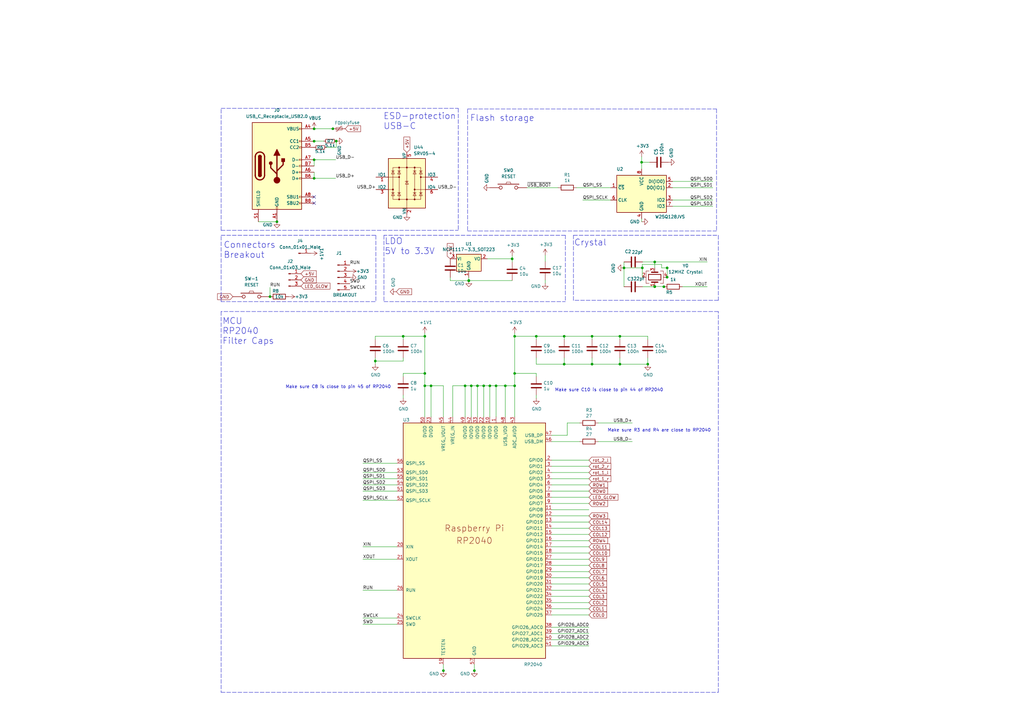
<source format=kicad_sch>
(kicad_sch (version 20211123) (generator eeschema)
  (paper "A3")
  (title_block (title "Rp2040 __template__") (date "2020-12-18") (rev "REV 2") (company "scattered_lenity"))
  (lib_symbols
    (symbol "Connector:Conn_01x01_Male" (pin_names (offset 1.016) hide)
      (property "Reference" "J" (at 0 2.54 0))
      (property "Value" "Conn_01x01_Male" (at 0 -2.54 0))
      (symbol "Conn_01x01_Male_1_1"
        (polyline (pts (xy 1.27 0) (xy 0.8636 0)) (stroke (width 0.1524)))
        (rectangle (start 0.8636 0.127) (end 0 -0.127) (stroke (width 0.1524)) (fill (type outline)))
        (pin passive line (at 5.08 0 180) (length 3.81) (name "Pin_1") (number "1"))
      )
    )
    (symbol "Connector:Conn_01x03_Male" (pin_names (offset 1.016) hide)
      (property "Reference" "J" (at 0 5.08 0))
      (property "Value" "Conn_01x03_Male" (at 0 -5.08 0))
      (symbol "Conn_01x03_Male_1_1"
        (polyline (pts (xy 1.27 -2.54) (xy 0.8636 -2.54)) (stroke (width 0.1524)))
        (polyline (pts (xy 1.27 0) (xy 0.8636 0)) (stroke (width 0.1524)))
        (polyline (pts (xy 1.27 2.54) (xy 0.8636 2.54)) (stroke (width 0.1524)))
        (rectangle (start 0.8636 -2.413) (end 0 -2.667) (stroke (width 0.1524)) (fill (type outline)))
        (rectangle (start 0.8636 0.127) (end 0 -0.127) (stroke (width 0.1524)) (fill (type outline)))
        (rectangle (start 0.8636 2.667) (end 0 2.413) (stroke (width 0.1524)) (fill (type outline)))
        (pin passive line (at 5.08 2.54 180) (length 3.81) (name "Pin_1") (number "1"))
        (pin passive line (at 5.08 0 180) (length 3.81) (name "Pin_2") (number "2"))
        (pin passive line (at 5.08 -2.54 180) (length 3.81) (name "Pin_3") (number "3"))
      )
    )
    (symbol "Connector:Conn_01x05_Male" (pin_names (offset 1.016) hide)
      (property "Reference" "J" (at 0 7.62 0))
      (property "Value" "Conn_01x05_Male" (at 0 -7.62 0))
      (symbol "Conn_01x05_Male_1_1"
        (polyline (pts (xy 1.27 -5.08) (xy 0.8636 -5.08)) (stroke (width 0.1524)))
        (polyline (pts (xy 1.27 -2.54) (xy 0.8636 -2.54)) (stroke (width 0.1524)))
        (polyline (pts (xy 1.27 0) (xy 0.8636 0)) (stroke (width 0.1524)))
        (polyline (pts (xy 1.27 2.54) (xy 0.8636 2.54)) (stroke (width 0.1524)))
        (polyline (pts (xy 1.27 5.08) (xy 0.8636 5.08)) (stroke (width 0.1524)))
        (rectangle (start 0.8636 -4.953) (end 0 -5.207) (stroke (width 0.1524)) (fill (type outline)))
        (rectangle (start 0.8636 -2.413) (end 0 -2.667) (stroke (width 0.1524)) (fill (type outline)))
        (rectangle (start 0.8636 0.127) (end 0 -0.127) (stroke (width 0.1524)) (fill (type outline)))
        (rectangle (start 0.8636 2.667) (end 0 2.413) (stroke (width 0.1524)) (fill (type outline)))
        (rectangle (start 0.8636 5.207) (end 0 4.953) (stroke (width 0.1524)) (fill (type outline)))
        (pin passive line (at 5.08 5.08 180) (length 3.81) (name "Pin_1") (number "1"))
        (pin passive line (at 5.08 2.54 180) (length 3.81) (name "Pin_2") (number "2"))
        (pin passive line (at 5.08 0 180) (length 3.81) (name "Pin_3") (number "3"))
        (pin passive line (at 5.08 -2.54 180) (length 3.81) (name "Pin_4") (number "4"))
        (pin passive line (at 5.08 -5.08 180) (length 3.81) (name "Pin_5") (number "5"))
      )
    )
    (symbol "Connector:USB_C_Receptacle_USB2.0" (pin_names (offset 1.016))
      (property "Reference" "J" (at -10.16 19.05 0))
      (property "Value" "USB_C_Receptacle_USB2.0" (at 19.05 19.05 0))
      (symbol "USB_C_Receptacle_USB2.0_0_0"
        (rectangle (start -0.254 -17.78) (end 0.254 -16.764))
        (rectangle (start 10.16 -14.986) (end 9.144 -15.494))
        (rectangle (start 10.16 -12.446) (end 9.144 -12.954))
        (rectangle (start 10.16 -4.826) (end 9.144 -5.334))
        (rectangle (start 10.16 -2.286) (end 9.144 -2.794))
        (rectangle (start 10.16 0.254) (end 9.144 -0.254))
        (rectangle (start 10.16 2.794) (end 9.144 2.286))
        (rectangle (start 10.16 7.874) (end 9.144 7.366))
        (rectangle (start 10.16 10.414) (end 9.144 9.906))
        (rectangle (start 10.16 15.494) (end 9.144 14.986))
      )
      (symbol "USB_C_Receptacle_USB2.0_0_1"
        (rectangle (start -10.16 17.78) (end 10.16 -17.78) (stroke (width 0.254)) (fill (type background)))
        (arc (start -8.89 -3.81) (mid -6.985 -5.715) (end -5.08 -3.81) (stroke (width 0.508)))
        (arc (start -7.62 -3.81) (mid -6.985 -4.445) (end -6.35 -3.81) (stroke (width 0.254)))
        (arc (start -7.62 -3.81) (mid -6.985 -4.445) (end -6.35 -3.81) (stroke (width 0.254)) (fill (type outline)))
        (rectangle (start -7.62 -3.81) (end -6.35 3.81) (stroke (width 0.254)) (fill (type outline)))
        (arc (start -6.35 3.81) (mid -6.985 4.445) (end -7.62 3.81) (stroke (width 0.254)))
        (arc (start -6.35 3.81) (mid -6.985 4.445) (end -7.62 3.81) (stroke (width 0.254)) (fill (type outline)))
        (arc (start -5.08 3.81) (mid -6.985 5.715) (end -8.89 3.81) (stroke (width 0.508)))
        (circle (center -2.54 1.143) (radius 0.635) (stroke (width 0.254)) (fill (type outline)))
        (circle (center 0 -5.842) (radius 1.27) (fill (type outline)))
        (polyline (pts (xy -8.89 -3.81) (xy -8.89 3.81)) (stroke (width 0.508)))
        (polyline (pts (xy -5.08 3.81) (xy -5.08 -3.81)) (stroke (width 0.508)))
        (polyline (pts (xy 0 -5.842) (xy 0 4.318)) (stroke (width 0.508)))
        (polyline (pts (xy 0 -3.302) (xy -2.54 -0.762) (xy -2.54 0.508)) (stroke (width 0.508)))
        (polyline (pts (xy 0 -2.032) (xy 2.54 0.508) (xy 2.54 1.778)) (stroke (width 0.508)))
        (polyline (pts (xy -1.27 4.318) (xy 0 6.858) (xy 1.27 4.318) (xy -1.27 4.318)) (stroke (width 0.254)) (fill (type outline)))
        (rectangle (start 1.905 1.778) (end 3.175 3.048) (stroke (width 0.254)) (fill (type outline)))
      )
      (symbol "USB_C_Receptacle_USB2.0_1_1"
        (pin passive line (at 0 -22.86 90) (length 5.08) (name "GND") (number "A1"))
        (pin passive line (at 0 -22.86 90) (length 5.08) hide (name "GND") (number "A12"))
        (pin passive line (at 15.24 15.24 180) (length 5.08) (name "VBUS") (number "A4"))
        (pin bidirectional line (at 15.24 10.16 180) (length 5.08) (name "CC1") (number "A5"))
        (pin bidirectional line (at 15.24 -2.54 180) (length 5.08) (name "D+") (number "A6"))
        (pin bidirectional line (at 15.24 2.54 180) (length 5.08) (name "D-") (number "A7"))
        (pin bidirectional line (at 15.24 -12.7 180) (length 5.08) (name "SBU1") (number "A8"))
        (pin passive line (at 15.24 15.24 180) (length 5.08) hide (name "VBUS") (number "A9"))
        (pin passive line (at 0 -22.86 90) (length 5.08) hide (name "GND") (number "B1"))
        (pin passive line (at 0 -22.86 90) (length 5.08) hide (name "GND") (number "B12"))
        (pin passive line (at 15.24 15.24 180) (length 5.08) hide (name "VBUS") (number "B4"))
        (pin bidirectional line (at 15.24 7.62 180) (length 5.08) (name "CC2") (number "B5"))
        (pin bidirectional line (at 15.24 -5.08 180) (length 5.08) (name "D+") (number "B6"))
        (pin bidirectional line (at 15.24 0 180) (length 5.08) (name "D-") (number "B7"))
        (pin bidirectional line (at 15.24 -15.24 180) (length 5.08) (name "SBU2") (number "B8"))
        (pin passive line (at 15.24 15.24 180) (length 5.08) hide (name "VBUS") (number "B9"))
        (pin passive line (at -7.62 -22.86 90) (length 5.08) (name "SHIELD") (number "S1"))
      )
    )
    (symbol "Device:C" (pin_numbers hide) (pin_names (offset 0.254))
      (property "Reference" "C" (at 0.635 2.54 0))
      (property "Value" "C" (at 0.635 -2.54 0))
      (symbol "C_0_1"
        (polyline (pts (xy -2.032 -0.762) (xy 2.032 -0.762)) (stroke (width 0.508)))
        (polyline (pts (xy -2.032 0.762) (xy 2.032 0.762)) (stroke (width 0.508)))
      )
      (symbol "C_1_1"
        (pin passive line (at 0 3.81 270) (length 2.794) (name "~") (number "1"))
        (pin passive line (at 0 -3.81 90) (length 2.794) (name "~") (number "2"))
      )
    )
    (symbol "Device:Crystal_GND24" (pin_names (offset 1.016) hide)
      (property "Reference" "Y" (at 3.175 5.08 0))
      (property "Value" "Crystal_GND24" (at 3.175 3.175 0))
      (symbol "Crystal_GND24_0_1"
        (rectangle (start -1.143 2.54) (end 1.143 -2.54) (stroke (width 0.3048)))
        (polyline (pts (xy -2.54 0) (xy -2.032 0)))
        (polyline (pts (xy -2.032 -1.27) (xy -2.032 1.27)) (stroke (width 0.508)))
        (polyline (pts (xy 0 -3.81) (xy 0 -3.556)))
        (polyline (pts (xy 0 3.556) (xy 0 3.81)))
        (polyline (pts (xy 2.032 -1.27) (xy 2.032 1.27)) (stroke (width 0.508)))
        (polyline (pts (xy 2.032 0) (xy 2.54 0)))
        (polyline (pts (xy -2.54 -2.286) (xy -2.54 -3.556) (xy 2.54 -3.556) (xy 2.54 -2.286)))
        (polyline (pts (xy -2.54 2.286) (xy -2.54 3.556) (xy 2.54 3.556) (xy 2.54 2.286)))
      )
      (symbol "Crystal_GND24_1_1"
        (pin passive line (at -3.81 0 0) (length 1.27) (name "1") (number "1"))
        (pin passive line (at 0 5.08 270) (length 1.27) (name "2") (number "2"))
        (pin passive line (at 3.81 0 180) (length 1.27) (name "3") (number "3"))
        (pin passive line (at 0 -5.08 90) (length 1.27) (name "4") (number "4"))
      )
    )
    (symbol "Device:Polyfuse_Small" (pin_numbers hide) (pin_names (offset 0))
      (property "Reference" "F" (at -1.905 0 90))
      (property "Value" "Polyfuse_Small" (at 1.905 0 90))
      (symbol "Polyfuse_Small_0_1"
        (rectangle (start -0.508 1.27) (end 0.508 -1.27))
        (polyline (pts (xy 0 2.54) (xy 0 -2.54)))
        (polyline (pts (xy -1.016 1.27) (xy -1.016 0.762) (xy 1.016 -0.762) (xy 1.016 -1.27)))
      )
      (symbol "Polyfuse_Small_1_1"
        (pin passive line (at 0 2.54 270) (length 0.635) (name "~") (number "1"))
        (pin passive line (at 0 -2.54 90) (length 0.635) (name "~") (number "2"))
      )
    )
    (symbol "Device:R" (pin_numbers hide) (pin_names (offset 0))
      (property "Reference" "R" (at 2.032 0 90))
      (property "Value" "R" (at 0 0 90))
      (symbol "R_0_1"
        (rectangle (start -1.016 -2.54) (end 1.016 2.54) (stroke (width 0.254)))
      )
      (symbol "R_1_1"
        (pin passive line (at 0 3.81 270) (length 1.27) (name "~") (number "1"))
        (pin passive line (at 0 -3.81 90) (length 1.27) (name "~") (number "2"))
      )
    )
    (symbol "Device:R_Small" (pin_numbers hide) (pin_names (offset 0.254) hide)
      (property "Reference" "R" (at 0.762 0.508 0))
      (property "Value" "R_Small" (at 0.762 -1.016 0))
      (symbol "R_Small_0_1"
        (rectangle (start -0.762 1.778) (end 0.762 -1.778) (stroke (width 0.2032)))
      )
      (symbol "R_Small_1_1"
        (pin passive line (at 0 2.54 270) (length 0.762) (name "~") (number "1"))
        (pin passive line (at 0 -2.54 90) (length 0.762) (name "~") (number "2"))
      )
    )
    (symbol "MCU_RaspberryPi_RP2040:RP2040" (pin_names (offset 1.016))
      (property "Reference" "U" (at -29.21 49.53 0))
      (property "Value" "RP2040" (at 24.13 -49.53 0))
      (symbol "RP2040_0_0"
        (text "Raspberry Pi" (at 0 5.08 0) (effects (font (size 2.54 2.54))))
        (text "RP2040" (at 0 0 0) (effects (font (size 2.54 2.54))))
      )
      (symbol "RP2040_0_1"
        (rectangle (start 29.21 48.26) (end -29.21 -48.26) (stroke (width 0.254)) (fill (type background)))
      )
      (symbol "RP2040_1_1"
        (pin power_in line (at 8.89 50.8 270) (length 2.54) (name "IOVDD") (number "1"))
        (pin power_in line (at 6.35 50.8 270) (length 2.54) (name "IOVDD") (number "10"))
        (pin bidirectional line (at 31.75 12.7 180) (length 2.54) (name "GPIO8") (number "11"))
        (pin bidirectional line (at 31.75 10.16 180) (length 2.54) (name "GPIO9") (number "12"))
        (pin bidirectional line (at 31.75 7.62 180) (length 2.54) (name "GPIO10") (number "13"))
        (pin bidirectional line (at 31.75 5.08 180) (length 2.54) (name "GPIO11") (number "14"))
        (pin bidirectional line (at 31.75 2.54 180) (length 2.54) (name "GPIO12") (number "15"))
        (pin bidirectional line (at 31.75 0 180) (length 2.54) (name "GPIO13") (number "16"))
        (pin bidirectional line (at 31.75 -2.54 180) (length 2.54) (name "GPIO14") (number "17"))
        (pin bidirectional line (at 31.75 -5.08 180) (length 2.54) (name "GPIO15") (number "18"))
        (pin passive line (at -12.7 -50.8 90) (length 2.54) (name "TESTEN") (number "19"))
        (pin bidirectional line (at 31.75 33.02 180) (length 2.54) (name "GPIO0") (number "2"))
        (pin input line (at -31.75 -2.54 0) (length 2.54) (name "XIN") (number "20"))
        (pin passive line (at -31.75 -7.62 0) (length 2.54) (name "XOUT") (number "21"))
        (pin power_in line (at 3.81 50.8 270) (length 2.54) (name "IOVDD") (number "22"))
        (pin power_in line (at -17.78 50.8 270) (length 2.54) (name "DVDD") (number "23"))
        (pin output line (at -31.75 -31.75 0) (length 2.54) (name "SWCLK") (number "24"))
        (pin bidirectional line (at -31.75 -34.29 0) (length 2.54) (name "SWD") (number "25"))
        (pin input line (at -31.75 -20.32 0) (length 2.54) (name "RUN") (number "26"))
        (pin bidirectional line (at 31.75 -7.62 180) (length 2.54) (name "GPIO16") (number "27"))
        (pin bidirectional line (at 31.75 -10.16 180) (length 2.54) (name "GPIO17") (number "28"))
        (pin bidirectional line (at 31.75 -12.7 180) (length 2.54) (name "GPIO18") (number "29"))
        (pin bidirectional line (at 31.75 30.48 180) (length 2.54) (name "GPIO1") (number "3"))
        (pin bidirectional line (at 31.75 -15.24 180) (length 2.54) (name "GPIO19") (number "30"))
        (pin bidirectional line (at 31.75 -17.78 180) (length 2.54) (name "GPIO20") (number "31"))
        (pin bidirectional line (at 31.75 -20.32 180) (length 2.54) (name "GPIO21") (number "32"))
        (pin power_in line (at 1.27 50.8 270) (length 2.54) (name "IOVDD") (number "33"))
        (pin bidirectional line (at 31.75 -22.86 180) (length 2.54) (name "GPIO22") (number "34"))
        (pin bidirectional line (at 31.75 -25.4 180) (length 2.54) (name "GPIO23") (number "35"))
        (pin bidirectional line (at 31.75 -27.94 180) (length 2.54) (name "GPIO24") (number "36"))
        (pin bidirectional line (at 31.75 -30.48 180) (length 2.54) (name "GPIO25") (number "37"))
        (pin bidirectional line (at 31.75 -35.56 180) (length 2.54) (name "GPIO26_ADC0") (number "38"))
        (pin bidirectional line (at 31.75 -38.1 180) (length 2.54) (name "GPIO27_ADC1") (number "39"))
        (pin bidirectional line (at 31.75 27.94 180) (length 2.54) (name "GPIO2") (number "4"))
        (pin bidirectional line (at 31.75 -40.64 180) (length 2.54) (name "GPIO28_ADC2") (number "40"))
        (pin bidirectional line (at 31.75 -43.18 180) (length 2.54) (name "GPIO29_ADC3") (number "41"))
        (pin power_in line (at -1.27 50.8 270) (length 2.54) (name "IOVDD") (number "42"))
        (pin power_in line (at 16.51 50.8 270) (length 2.54) (name "ADC_AVDD") (number "43"))
        (pin power_in line (at -8.89 50.8 270) (length 2.54) (name "VREG_IN") (number "44"))
        (pin power_out line (at -12.7 50.8 270) (length 2.54) (name "VREG_VOUT") (number "45"))
        (pin bidirectional line (at 31.75 40.64 180) (length 2.54) (name "USB_DM") (number "46"))
        (pin bidirectional line (at 31.75 43.18 180) (length 2.54) (name "USB_DP") (number "47"))
        (pin power_in line (at 12.7 50.8 270) (length 2.54) (name "USB_VDD") (number "48"))
        (pin power_in line (at -3.81 50.8 270) (length 2.54) (name "IOVDD") (number "49"))
        (pin bidirectional line (at 31.75 25.4 180) (length 2.54) (name "GPIO3") (number "5"))
        (pin power_in line (at -20.32 50.8 270) (length 2.54) (name "DVDD") (number "50"))
        (pin bidirectional line (at -31.75 20.32 0) (length 2.54) (name "QSPI_SD3") (number "51"))
        (pin output line (at -31.75 16.51 0) (length 2.54) (name "QSPI_SCLK") (number "52"))
        (pin bidirectional line (at -31.75 27.94 0) (length 2.54) (name "QSPI_SD0") (number "53"))
        (pin bidirectional line (at -31.75 22.86 0) (length 2.54) (name "QSPI_SD2") (number "54"))
        (pin bidirectional line (at -31.75 25.4 0) (length 2.54) (name "QSPI_SD1") (number "55"))
        (pin bidirectional line (at -31.75 31.75 0) (length 2.54) (name "QSPI_SS") (number "56"))
        (pin power_in line (at 0 -50.8 90) (length 2.54) (name "GND") (number "57"))
        (pin bidirectional line (at 31.75 22.86 180) (length 2.54) (name "GPIO4") (number "6"))
        (pin bidirectional line (at 31.75 20.32 180) (length 2.54) (name "GPIO5") (number "7"))
        (pin bidirectional line (at 31.75 17.78 180) (length 2.54) (name "GPIO6") (number "8"))
        (pin bidirectional line (at 31.75 15.24 180) (length 2.54) (name "GPIO7") (number "9"))
      )
    )
    (symbol "Memory_Flash:W25Q128JVS"
      (property "Reference" "U" (at -8.89 8.89 0))
      (property "Value" "W25Q128JVS" (at 7.62 8.89 0))
      (symbol "W25Q128JVS_0_1"
        (rectangle (start -10.16 7.62) (end 10.16 -7.62) (stroke (width 0.254)) (fill (type background)))
      )
      (symbol "W25Q128JVS_1_1"
        (pin input line (at -12.7 2.54 0) (length 2.54) (name "~{CS}") (number "1"))
        (pin bidirectional line (at 12.7 2.54 180) (length 2.54) (name "DO(IO1)") (number "2"))
        (pin bidirectional line (at 12.7 -2.54 180) (length 2.54) (name "IO2") (number "3"))
        (pin power_in line (at 0 -10.16 90) (length 2.54) (name "GND") (number "4"))
        (pin bidirectional line (at 12.7 5.08 180) (length 2.54) (name "DI(IO0)") (number "5"))
        (pin input line (at -12.7 -2.54 0) (length 2.54) (name "CLK") (number "6"))
        (pin bidirectional line (at 12.7 -5.08 180) (length 2.54) (name "IO3") (number "7"))
        (pin power_in line (at 0 10.16 270) (length 2.54) (name "VCC") (number "8"))
      )
    )
    (symbol "Power_Protection:SRV05-4" (pin_names (offset 0))
      (property "Reference" "U" (at -5.08 11.43 0))
      (property "Value" "SRV05-4" (at 2.54 11.43 0))
      (symbol "SRV05-4_0_0"
        (rectangle (start -5.715 6.477) (end 5.715 -6.604))
        (polyline (pts (xy -3.175 -6.604) (xy -3.175 6.477)))
        (polyline (pts (xy 3.175 6.477) (xy 3.175 -6.604)))
      )
      (symbol "SRV05-4_0_1"
        (rectangle (start -7.62 10.16) (end 7.62 -10.16) (stroke (width 0.254)) (fill (type background)))
        (circle (center -5.715 -2.54) (radius 0.2794) (fill (type outline)))
        (circle (center -3.175 -6.604) (radius 0.2794) (fill (type outline)))
        (circle (center -3.175 2.54) (radius 0.2794) (fill (type outline)))
        (circle (center -3.175 6.477) (radius 0.2794) (fill (type outline)))
        (circle (center 0 -6.604) (radius 0.2794) (fill (type outline)))
        (polyline (pts (xy -7.747 2.54) (xy -3.175 2.54)))
        (polyline (pts (xy -7.62 -2.54) (xy -5.715 -2.54)))
        (polyline (pts (xy -5.08 -3.81) (xy -6.35 -3.81)))
        (polyline (pts (xy -5.08 5.08) (xy -6.35 5.08)))
        (polyline (pts (xy -2.54 -3.81) (xy -3.81 -3.81)))
        (polyline (pts (xy -2.54 5.08) (xy -3.81 5.08)))
        (polyline (pts (xy 0 10.16) (xy 0 -10.16)))
        (polyline (pts (xy 3.81 -3.81) (xy 2.54 -3.81)))
        (polyline (pts (xy 3.81 5.08) (xy 2.54 5.08)))
        (polyline (pts (xy 6.35 -3.81) (xy 5.08 -3.81)))
        (polyline (pts (xy 6.35 5.08) (xy 5.08 5.08)))
        (polyline (pts (xy 7.62 -2.54) (xy 3.175 -2.54)))
        (polyline (pts (xy 7.62 2.54) (xy 5.715 2.54)))
        (polyline (pts (xy 0.635 0.889) (xy -0.635 0.889) (xy -0.635 0.635)))
        (polyline (pts (xy -5.08 -5.08) (xy -6.35 -5.08) (xy -5.715 -3.81) (xy -5.08 -5.08)))
        (polyline (pts (xy -5.08 3.81) (xy -6.35 3.81) (xy -5.715 5.08) (xy -5.08 3.81)))
        (polyline (pts (xy -2.54 -5.08) (xy -3.81 -5.08) (xy -3.175 -3.81) (xy -2.54 -5.08)))
        (polyline (pts (xy -2.54 3.81) (xy -3.81 3.81) (xy -3.175 5.08) (xy -2.54 3.81)))
        (polyline (pts (xy 0.635 -0.381) (xy -0.635 -0.381) (xy 0 0.889) (xy 0.635 -0.381)))
        (polyline (pts (xy 3.81 -5.08) (xy 2.54 -5.08) (xy 3.175 -3.81) (xy 3.81 -5.08)))
        (polyline (pts (xy 3.81 3.81) (xy 2.54 3.81) (xy 3.175 5.08) (xy 3.81 3.81)))
        (polyline (pts (xy 6.35 -5.08) (xy 5.08 -5.08) (xy 5.715 -3.81) (xy 6.35 -5.08)))
        (polyline (pts (xy 6.35 3.81) (xy 5.08 3.81) (xy 5.715 5.08) (xy 6.35 3.81)))
        (circle (center 0 6.477) (radius 0.2794) (fill (type outline)))
        (circle (center 3.175 -6.604) (radius 0.2794) (fill (type outline)))
        (circle (center 3.175 -2.54) (radius 0.2794) (fill (type outline)))
        (circle (center 3.175 6.477) (radius 0.2794) (fill (type outline)))
        (circle (center 5.715 2.54) (radius 0.2794) (fill (type outline)))
      )
      (symbol "SRV05-4_1_1"
        (pin passive line (at -12.7 2.54 0) (length 5.08) (name "IO1") (number "1"))
        (pin passive line (at 0 -12.7 90) (length 2.54) (name "VN") (number "2"))
        (pin passive line (at -12.7 -2.54 0) (length 5.08) (name "IO2") (number "3"))
        (pin passive line (at 12.7 2.54 180) (length 5.08) (name "IO3") (number "4"))
        (pin passive line (at 0 12.7 270) (length 2.54) (name "VP") (number "5"))
        (pin passive line (at 12.7 -2.54 180) (length 5.08) (name "IO4") (number "6"))
      )
    )
    (symbol "Regulator_Linear:NCP1117-3.3_SOT223" (pin_names (offset 0.254))
      (property "Reference" "U" (at -3.81 3.175 0))
      (property "Value" "NCP1117-3.3_SOT223" (at 0 3.175 0))
      (symbol "NCP1117-3.3_SOT223_0_1"
        (rectangle (start -5.08 -5.08) (end 5.08 1.905) (stroke (width 0.254)) (fill (type background)))
      )
      (symbol "NCP1117-3.3_SOT223_1_1"
        (pin power_in line (at 0 -7.62 90) (length 2.54) (name "GND") (number "1"))
        (pin power_out line (at 7.62 0 180) (length 2.54) (name "VO") (number "2"))
        (pin power_in line (at -7.62 0 0) (length 2.54) (name "VI") (number "3"))
      )
    )
    (symbol "cipulot_parts:SW_PUSH" (pin_numbers hide) (pin_names (offset 1.016) hide)
      (property "Reference" "SW" (at 3.81 2.794 0))
      (property "Value" "SW_PUSH" (at 0 -2.032 0))
      (symbol "SW_PUSH_0_1"
        (rectangle (start -4.318 1.27) (end 4.318 1.524))
        (polyline (pts (xy -1.016 1.524) (xy -0.762 2.286) (xy 0.762 2.286) (xy 1.016 1.524)))
        (pin passive inverted (at -7.62 0 0) (length 5.08) (name "1") (number "1"))
        (pin passive inverted (at 7.62 0 180) (length 5.08) (name "2") (number "2"))
      )
    )
    (symbol "power:+1V1" (power) (pin_names (offset 0))
      (property "Value" "+1V1" (at 0 3.556 0))
      (symbol "+1V1_0_1"
        (polyline (pts (xy -0.762 1.27) (xy 0 2.54)))
        (polyline (pts (xy 0 0) (xy 0 2.54)))
        (polyline (pts (xy 0 2.54) (xy 0.762 1.27)))
      )
      (symbol "+1V1_1_1"
        (pin power_in line (at 0 0 90) (length 0) hide (name "+1V1") (number "1"))
      )
    )
    (symbol "power:+3V3" (power) (pin_names (offset 0))
      (property "Value" "+3V3" (at 0 3.556 0))
      (symbol "+3V3_0_1"
        (polyline (pts (xy -0.762 1.27) (xy 0 2.54)))
        (polyline (pts (xy 0 0) (xy 0 2.54)))
        (polyline (pts (xy 0 2.54) (xy 0.762 1.27)))
      )
      (symbol "+3V3_1_1"
        (pin power_in line (at 0 0 90) (length 0) hide (name "+3V3") (number "1"))
      )
    )
    (symbol "power:GND" (power) (pin_names (offset 0))
      (property "Value" "GND" (at 0 -3.81 0))
      (symbol "GND_0_1"
        (polyline (pts (xy 0 0) (xy 0 -1.27) (xy 1.27 -1.27) (xy 0 -2.54) (xy -1.27 -1.27) (xy 0 -1.27)))
      )
      (symbol "GND_1_1"
        (pin power_in line (at 0 0 270) (length 0) hide (name "GND") (number "1"))
      )
    )
    (symbol "power:VBUS" (power) (pin_names (offset 0))
      (property "Value" "VBUS" (at 0 3.81 0))
      (symbol "VBUS_0_1"
        (polyline (pts (xy -0.762 1.27) (xy 0 2.54)))
        (polyline (pts (xy 0 0) (xy 0 2.54)))
        (polyline (pts (xy 0 2.54) (xy 0.762 1.27)))
      )
      (symbol "VBUS_1_1"
        (pin power_in line (at 0 0 90) (length 0) hide (name "VBUS") (number "1"))
      )
    )
  )
  (junction (at 211.074 153.162))
  (junction (at 128.8288 52.832))
  (junction (at 242.824 149.352))
  (junction (at 190.754 158.242))
  (junction (at 193.294 158.242))
  (junction (at 128.8288 65.532))
  (junction (at 113.5888 90.932))
  (junction (at 195.834 158.242))
  (junction (at 255.9304 109.8804))
  (junction (at 268.5288 107.442))
  (junction (at 268.5288 117.5004))
  (junction (at 137.922 57.8612))
  (junction (at 128.8288 57.912))
  (junction (at 207.264 158.242))
  (junction (at 110.744 121.666))
  (junction (at 128.8288 73.152))
  (junction (at 273.6088 113.6904))
  (junction (at 263.4488 109.8804))
  (junction (at 242.824 137.922))
  (junction (at 198.374 158.242))
  (junction (at 174.244 137.922))
  (junction (at 263.144 66.548))
  (junction (at 174.244 158.242))
  (junction (at 165.354 137.922))
  (junction (at 254.254 137.922))
  (junction (at 192.278 115.062))
  (junction (at 192.278 115.1636))
  (junction (at 153.924 148.082))
  (junction (at 265.684 149.352))
  (junction (at 181.864 275.0566))
  (junction (at 194.564 275.0566))
  (junction (at 176.784 158.242))
  (junction (at 203.454 158.242))
  (junction (at 211.074 158.242))
  (junction (at 174.244 153.162))
  (junction (at 273.6342 109.8804))
  (junction (at 136.525 52.8066))
  (junction (at 211.074 137.922))
  (junction (at 268.5288 117.602))
  (junction (at 272.288 117.602))
  (junction (at 254.254 149.352))
  (junction (at 210.058 106.172))
  (junction (at 219.964 137.922))
  (junction (at 231.394 149.352))
  (junction (at 200.914 158.242))
  (junction (at 231.394 137.922))
  (no_connect (at 128.8288 83.312))
  (no_connect (at 128.8288 80.772))
  (polyline (pts (xy 231.902 96.52) (xy 157.48 96.52)))
  (wire (pts (xy 162.814 253.492) (xy 148.844 253.492)))
  (wire (pts (xy 263.5504 117.602) (xy 268.5288 117.602)))
  (wire (pts (xy 148.844 198.882) (xy 162.814 198.882)))
  (wire (pts (xy 226.314 216.662) (xy 241.554 216.662)))
  (wire (pts (xy 226.314 196.342) (xy 241.554 196.342)))
  (wire (pts (xy 203.454 158.242) (xy 207.264 158.242)))
  (wire (pts (xy 136.525 52.832) (xy 136.525 52.8066)))
  (polyline (pts (xy 90.678 94.488) (xy 187.96 94.488)))
  (wire (pts (xy 231.394 139.192) (xy 231.394 137.922)))
  (wire (pts (xy 226.314 191.262) (xy 241.554 191.262)))
  (polyline (pts (xy 90.678 127.762) (xy 90.678 283.972)))
  (wire (pts (xy 199.898 106.172) (xy 210.058 106.172)))
  (wire (pts (xy 181.864 158.242) (xy 176.784 158.242)))
  (wire (pts (xy 148.844 193.802) (xy 162.814 193.802)))
  (wire (pts (xy 275.844 82.042) (xy 292.354 82.042)))
  (wire (pts (xy 128.778 73.152) (xy 128.8288 73.152)))
  (wire (pts (xy 148.844 196.342) (xy 162.814 196.342)))
  (wire (pts (xy 128.8288 52.832) (xy 136.525 52.832)))
  (wire (pts (xy 200.914 170.942) (xy 200.914 158.242)))
  (wire (pts (xy 192.278 115.062) (xy 192.278 115.1636)))
  (wire (pts (xy 198.374 158.242) (xy 200.914 158.242)))
  (wire (pts (xy 271.3482 108.458) (xy 263.4488 108.458)))
  (polyline (pts (xy 294.64 123.19) (xy 235.204 123.19)))
  (wire (pts (xy 165.354 154.432) (xy 165.354 153.162)))
  (polyline (pts (xy 293.878 44.704) (xy 293.878 94.742)))
  (wire (pts (xy 128.8034 65.532) (xy 128.8288 65.532)))
  (wire (pts (xy 137.9474 57.8612) (xy 137.922 57.8612)))
  (wire (pts (xy 174.244 136.652) (xy 174.244 137.922)))
  (wire (pts (xy 181.864 272.542) (xy 181.864 275.0566)))
  (wire (pts (xy 226.314 219.202) (xy 241.554 219.202)))
  (wire (pts (xy 219.964 146.812) (xy 219.964 149.352)))
  (wire (pts (xy 226.314 257.302) (xy 241.554 257.302)))
  (wire (pts (xy 255.9304 107.442) (xy 255.9304 109.8804)))
  (wire (pts (xy 176.784 170.942) (xy 176.784 158.242)))
  (wire (pts (xy 226.314 264.922) (xy 241.554 264.922)))
  (wire (pts (xy 226.314 209.042) (xy 241.554 209.042)))
  (wire (pts (xy 128.8288 57.8612) (xy 128.8288 57.912)))
  (wire (pts (xy 211.074 153.162) (xy 219.964 153.162)))
  (wire (pts (xy 273.6088 113.6904) (xy 273.6342 113.6904)))
  (wire (pts (xy 228.854 76.962) (xy 216.154 76.962)))
  (wire (pts (xy 211.074 136.652) (xy 211.074 137.922)))
  (wire (pts (xy 265.684 146.812) (xy 265.684 149.352)))
  (wire (pts (xy 128.8288 70.612) (xy 128.8288 73.152)))
  (wire (pts (xy 194.564 272.542) (xy 194.564 275.0566)))
  (wire (pts (xy 226.314 178.562) (xy 232.664 178.562)))
  (wire (pts (xy 226.314 203.962) (xy 241.554 203.962)))
  (wire (pts (xy 223.5962 114.8588) (xy 223.5962 116.1288)))
  (wire (pts (xy 219.964 137.922) (xy 231.394 137.922)))
  (wire (pts (xy 226.314 239.522) (xy 241.554 239.522)))
  (wire (pts (xy 273.6342 109.8804) (xy 271.3482 109.8804)))
  (wire (pts (xy 226.314 206.502) (xy 241.554 206.502)))
  (polyline (pts (xy 191.77 94.742) (xy 293.878 94.742)))
  (wire (pts (xy 226.314 259.842) (xy 241.554 259.842)))
  (wire (pts (xy 184.658 115.062) (xy 192.278 115.062)))
  (wire (pts (xy 275.844 76.962) (xy 292.354 76.962)))
  (wire (pts (xy 226.314 181.102) (xy 237.744 181.102)))
  (wire (pts (xy 226.314 262.382) (xy 241.554 262.382)))
  (wire (pts (xy 211.074 158.242) (xy 211.074 170.942)))
  (wire (pts (xy 272.288 117.5004) (xy 272.288 117.602)))
  (wire (pts (xy 271.3482 109.8804) (xy 271.3482 108.458)))
  (wire (pts (xy 263.4488 113.6904) (xy 263.4488 109.8804)))
  (wire (pts (xy 268.5288 107.442) (xy 290.068 107.442)))
  (wire (pts (xy 133.9088 60.452) (xy 137.9474 60.452)))
  (wire (pts (xy 181.864 170.942) (xy 181.864 158.242)))
  (wire (pts (xy 265.684 139.192) (xy 265.684 137.922)))
  (wire (pts (xy 226.314 229.362) (xy 241.554 229.362)))
  (wire (pts (xy 231.394 146.812) (xy 231.394 149.352)))
  (wire (pts (xy 110.744 117.856) (xy 110.744 121.666)))
  (wire (pts (xy 165.354 137.922) (xy 174.244 137.922)))
  (wire (pts (xy 153.924 137.922) (xy 165.354 137.922)))
  (wire (pts (xy 242.824 149.352) (xy 231.394 149.352)))
  (wire (pts (xy 226.314 236.982) (xy 241.554 236.982)))
  (polyline (pts (xy 90.678 96.52) (xy 154.178 96.52)))
  (wire (pts (xy 231.394 137.922) (xy 242.824 137.922)))
  (wire (pts (xy 174.244 158.242) (xy 174.244 170.942)))
  (wire (pts (xy 190.754 170.942) (xy 190.754 158.242)))
  (wire (pts (xy 273.6596 109.8804) (xy 273.6342 109.8804)))
  (wire (pts (xy 226.314 244.602) (xy 241.554 244.602)))
  (wire (pts (xy 203.454 158.242) (xy 203.454 170.942)))
  (wire (pts (xy 162.814 256.032) (xy 148.844 256.032)))
  (wire (pts (xy 192.278 113.792) (xy 192.278 115.062)))
  (wire (pts (xy 193.294 158.242) (xy 195.834 158.242)))
  (wire (pts (xy 194.564 275.0566) (xy 194.564 275.082)))
  (wire (pts (xy 226.314 198.882) (xy 241.554 198.882)))
  (wire (pts (xy 105.9688 90.932) (xy 113.5888 90.932)))
  (wire (pts (xy 263.144 64.262) (xy 263.144 66.548)))
  (wire (pts (xy 279.908 117.602) (xy 290.068 117.602)))
  (wire (pts (xy 128.8288 65.532) (xy 137.6934 65.532)))
  (wire (pts (xy 226.314 193.802) (xy 241.554 193.802)))
  (wire (pts (xy 239.014 82.042) (xy 250.444 82.042)))
  (polyline (pts (xy 153.924 123.698) (xy 90.678 123.698)))
  (polyline (pts (xy 294.64 127.762) (xy 90.678 127.762)))
  (wire (pts (xy 223.5962 104.6988) (xy 223.5962 107.2388)))
  (wire (pts (xy 219.964 139.192) (xy 219.964 137.922)))
  (wire (pts (xy 226.314 201.422) (xy 241.554 201.422)))
  (wire (pts (xy 165.354 148.082) (xy 165.354 146.812)))
  (wire (pts (xy 219.964 154.432) (xy 219.964 153.162)))
  (wire (pts (xy 232.664 173.482) (xy 232.664 178.562)))
  (wire (pts (xy 242.824 146.812) (xy 242.824 149.352)))
  (polyline (pts (xy 235.204 123.19) (xy 235.204 96.52)))
  (wire (pts (xy 192.278 115.062) (xy 210.058 115.062)))
  (wire (pts (xy 128.8288 65.532) (xy 128.8288 68.072)))
  (wire (pts (xy 254.254 137.922) (xy 265.684 137.922)))
  (wire (pts (xy 195.834 158.242) (xy 198.374 158.242)))
  (wire (pts (xy 226.314 249.682) (xy 241.554 249.682)))
  (wire (pts (xy 255.9304 109.8804) (xy 263.4488 109.8804)))
  (wire (pts (xy 211.074 153.162) (xy 211.074 158.242)))
  (wire (pts (xy 242.824 137.922) (xy 254.254 137.922)))
  (wire (pts (xy 162.814 229.362) (xy 148.844 229.362)))
  (wire (pts (xy 153.924 148.082) (xy 165.354 148.082)))
  (wire (pts (xy 273.6342 109.8804) (xy 273.6342 113.6904)))
  (wire (pts (xy 236.474 76.962) (xy 250.444 76.962)))
  (polyline (pts (xy 154.178 96.52) (xy 154.178 123.698)))
  (wire (pts (xy 254.254 139.192) (xy 254.254 137.922)))
  (wire (pts (xy 268.5288 117.602) (xy 268.5288 117.5004)))
  (wire (pts (xy 242.824 139.192) (xy 242.824 137.922)))
  (wire (pts (xy 226.314 234.442) (xy 241.554 234.442)))
  (wire (pts (xy 265.684 149.352) (xy 254.254 149.352)))
  (wire (pts (xy 245.364 173.482) (xy 259.334 173.482)))
  (polyline (pts (xy 90.678 44.45) (xy 187.96 44.45)))
  (wire (pts (xy 132.842 57.8612) (xy 128.8288 57.8612)))
  (wire (pts (xy 210.058 106.172) (xy 210.058 104.902)))
  (polyline (pts (xy 90.678 94.488) (xy 90.678 44.45)))
  (wire (pts (xy 193.294 170.942) (xy 193.294 158.242)))
  (wire (pts (xy 210.058 107.442) (xy 210.058 106.172)))
  (wire (pts (xy 263.144 66.548) (xy 263.144 69.342)))
  (polyline (pts (xy 294.64 96.52) (xy 294.64 123.19)))
  (polyline (pts (xy 294.64 283.972) (xy 294.64 127.762)))
  (wire (pts (xy 184.658 113.792) (xy 184.658 115.062)))
  (wire (pts (xy 255.9304 109.8804) (xy 255.9304 117.602)))
  (wire (pts (xy 153.924 139.192) (xy 153.924 137.922)))
  (wire (pts (xy 207.264 170.942) (xy 207.264 158.242)))
  (polyline (pts (xy 191.77 94.488) (xy 191.77 44.704)))
  (wire (pts (xy 174.244 153.162) (xy 174.244 158.242)))
  (wire (pts (xy 226.314 252.222) (xy 241.554 252.222)))
  (wire (pts (xy 275.844 84.582) (xy 292.354 84.582)))
  (wire (pts (xy 153.924 146.812) (xy 153.924 148.082)))
  (wire (pts (xy 263.144 89.662) (xy 263.144 90.932)))
  (wire (pts (xy 162.814 242.062) (xy 148.844 242.062)))
  (polyline (pts (xy 235.204 96.52) (xy 294.64 96.52)))
  (wire (pts (xy 185.674 170.942) (xy 185.674 158.242)))
  (wire (pts (xy 263.4488 108.458) (xy 263.4488 109.8804)))
  (wire (pts (xy 181.864 275.0566) (xy 181.864 275.082)))
  (wire (pts (xy 226.314 224.282) (xy 241.554 224.282)))
  (wire (pts (xy 226.314 211.582) (xy 241.554 211.582)))
  (wire (pts (xy 226.314 231.902) (xy 241.554 231.902)))
  (wire (pts (xy 198.374 170.942) (xy 198.374 158.242)))
  (wire (pts (xy 195.834 170.942) (xy 195.834 158.242)))
  (wire (pts (xy 268.5288 117.5004) (xy 272.288 117.5004)))
  (wire (pts (xy 211.074 137.922) (xy 211.074 153.162)))
  (wire (pts (xy 185.674 158.242) (xy 190.754 158.242)))
  (wire (pts (xy 266.446 66.548) (xy 263.144 66.548)))
  (wire (pts (xy 226.314 221.742) (xy 241.554 221.742)))
  (wire (pts (xy 226.314 214.122) (xy 241.554 214.122)))
  (wire (pts (xy 165.354 162.052) (xy 165.354 163.322)))
  (wire (pts (xy 165.354 139.192) (xy 165.354 137.922)))
  (polyline (pts (xy 157.48 96.52) (xy 157.48 123.698)))
  (wire (pts (xy 137.9474 60.452) (xy 137.9474 57.8612)))
  (wire (pts (xy 128.8288 73.152) (xy 137.668 73.152)))
  (wire (pts (xy 254.254 146.812) (xy 254.254 149.352)))
  (polyline (pts (xy 187.96 44.45) (xy 187.96 94.488)))
  (wire (pts (xy 148.844 201.422) (xy 162.814 201.422)))
  (wire (pts (xy 226.314 247.142) (xy 241.554 247.142)))
  (wire (pts (xy 226.314 242.062) (xy 241.554 242.062)))
  (wire (pts (xy 207.264 158.242) (xy 211.074 158.242)))
  (polyline (pts (xy 191.77 44.704) (xy 293.878 44.704)))
  (wire (pts (xy 153.924 148.082) (xy 153.924 149.352)))
  (wire (pts (xy 254.254 149.352) (xy 242.824 149.352)))
  (wire (pts (xy 268.5288 107.442) (xy 268.5288 109.8804)))
  (wire (pts (xy 226.314 188.722) (xy 241.554 188.722)))
  (wire (pts (xy 211.074 137.922) (xy 219.964 137.922)))
  (wire (pts (xy 263.5504 107.442) (xy 268.5288 107.442)))
  (wire (pts (xy 165.354 153.162) (xy 174.244 153.162)))
  (polyline (pts (xy 231.902 123.19) (xy 231.902 96.52)))
  (wire (pts (xy 162.814 189.992) (xy 148.844 189.992)))
  (wire (pts (xy 148.844 224.282) (xy 162.814 224.282)))
  (wire (pts (xy 200.914 158.242) (xy 203.454 158.242)))
  (wire (pts (xy 174.244 137.922) (xy 174.244 153.162)))
  (wire (pts (xy 231.394 149.352) (xy 219.964 149.352)))
  (wire (pts (xy 275.844 74.422) (xy 292.354 74.422)))
  (wire (pts (xy 162.814 205.232) (xy 148.844 205.232)))
  (wire (pts (xy 190.754 158.242) (xy 193.294 158.242)))
  (wire (pts (xy 226.314 226.822) (xy 241.554 226.822)))
  (wire (pts (xy 232.664 173.482) (xy 237.744 173.482)))
  (polyline (pts (xy 90.678 283.972) (xy 294.64 283.972)))
  (polyline (pts (xy 157.48 123.698) (xy 231.902 123.698)))
  (polyline (pts (xy 90.678 123.698) (xy 90.678 96.52)))
  (wire (pts (xy 219.964 162.052) (xy 219.964 163.322)))
  (wire (pts (xy 245.364 181.102) (xy 259.334 181.102)))
  (wire (pts (xy 176.784 158.242) (xy 174.244 158.242)))
  (text "Flash storage" (at 192.786 50.038 0) (effects (font (size 2.54 2.54)) (justify left bottom)))
  (text "Make sure C8 is close to pin 45 of RP2040" (at 117.094 159.512 0) (effects (font (size 1.27 1.27)) (justify left bottom)))
  (text "ESD-protection \nUSB-C" (at 157.226 53.34 0) (effects (font (size 2.54 2.54)) (justify left bottom)))
  (text "Make sure R3 and R4 are close to RP2040" (at 249.174 177.292 0) (effects (font (size 1.27 1.27)) (justify left bottom)))
  (text "LDO \n5V to 3.3V " (at 157.734 104.648 0) (effects (font (size 2.54 2.54)) (justify left bottom)))
  (text "Connectors \nBreakout\n" (at 91.694 106.172 0) (effects (font (size 2.54 2.54)) (justify left bottom)))
  (text "MCU \nRP2040 \nFilter Caps " (at 91.186 141.478 0) (effects (font (size 2.54 2.54)) (justify left bottom)))
  (text "Make sure C10 is close to pin 44 of RP2040" (at 227.584 160.782 0) (effects (font (size 1.27 1.27)) (justify left bottom)))
  (text "Crystal\n" (at 235.458 101.092 0) (effects (font (size 2.54 2.54)) (justify left bottom)))
  (label "RUN" (at 143.51 108.712 0))
  (label "QSPI_SD2" (at 292.354 82.042 180))
  (label "XIN" (at 148.844 224.282 0))
  (label "QSPI_SS" (at 239.014 76.962 0))
  (label "RUN" (at 148.844 242.062 0))
  (label "USB_D-" (at 137.6934 65.532 0))
  (label "SWD" (at 143.51 116.332 0))
  (label "USB_D+" (at 154.178 77.724 180))
  (label "~{USB_BOOT}" (at 216.154 76.962 0))
  (label "GPIO27_ADC1" (at 241.554 259.842 180))
  (label "XIN" (at 290.068 107.442 180))
  (label "QSPI_SS" (at 148.844 189.992 0))
  (label "QSPI_SCLK" (at 239.014 82.042 0))
  (label "XOUT" (at 290.068 117.602 180))
  (label "QSPI_SD1" (at 148.844 196.342 0))
  (label "RUN" (at 110.744 117.856 0))
  (label "SWD" (at 148.844 256.032 0))
  (label "XOUT" (at 148.844 229.362 0))
  (label "QSPI_SD0" (at 148.844 193.802 0))
  (label "USB_D+" (at 259.334 173.482 180))
  (label "QSPI_SD3" (at 148.844 201.422 0))
  (label "QSPI_SD0" (at 292.354 74.422 180))
  (label "GPIO28_ADC2" (at 241.554 262.382 180))
  (label "USB_D-" (at 259.334 181.102 180))
  (label "GPIO26_ADC0" (at 241.554 257.302 180))
  (label "USB_D-" (at 179.578 77.724 0))
  (label "QSPI_SD1" (at 292.354 76.962 180))
  (label "QSPI_SD3" (at 292.354 84.582 180))
  (label "QSPI_SCLK" (at 148.844 205.232 0))
  (label "SWCLK" (at 148.844 253.492 0))
  (label "QSPI_SD2" (at 148.844 198.882 0))
  (label "USB_D+" (at 137.668 73.152 0))
  (label "SWCLK" (at 143.51 118.872 0))
  (label "GPIO29_ADC3" (at 241.554 264.922 180))
  (global_label "GND" (shape input) (at 123.444 114.808 0) (property "Intersheet References" "${INTERSHEET_REFS}" (effects hide)))
  (global_label "rot_2_r" (shape input) (at 241.554 191.262 0) (property "Intersheet References" "${INTERSHEET_REFS}" (effects hide)))
  (global_label "COL2" (shape input) (at 241.554 247.142 0) (property "Intersheet References" "${INTERSHEET_REFS}" (effects hide)))
  (global_label "rot_1_r" (shape input) (at 241.554 196.342 0) (property "Intersheet References" "${INTERSHEET_REFS}" (effects hide)))
  (global_label "COL3" (shape input) (at 241.554 244.602 0) (property "Intersheet References" "${INTERSHEET_REFS}" (effects hide)))
  (global_label "COL4" (shape input) (at 241.554 242.062 0) (property "Intersheet References" "${INTERSHEET_REFS}" (effects hide)))
  (global_label "COL7" (shape input) (at 241.554 234.442 0) (property "Intersheet References" "${INTERSHEET_REFS}" (effects hide)))
  (global_label "ROW3" (shape input) (at 241.554 211.582 0) (property "Intersheet References" "${INTERSHEET_REFS}" (effects hide)))
  (global_label "+5V" (shape input) (at 123.444 112.268 0) (property "Intersheet References" "${INTERSHEET_REFS}" (effects hide)))
  (global_label "rot_2_l" (shape input) (at 241.554 188.722 0) (property "Intersheet References" "${INTERSHEET_REFS}" (effects hide)))
  (global_label "COL1" (shape input) (at 241.554 249.682 0) (property "Intersheet References" "${INTERSHEET_REFS}" (effects hide)))
  (global_label "COL13" (shape input) (at 241.554 216.662 0) (property "Intersheet References" "${INTERSHEET_REFS}" (effects hide)))
  (global_label "+5V" (shape input) (at 184.658 106.172 90) (property "Intersheet References" "${INTERSHEET_REFS}" (effects hide)))
  (global_label "ROW0" (shape input) (at 241.554 201.422 0) (property "Intersheet References" "${INTERSHEET_REFS}" (effects hide)))
  (global_label "COL6" (shape input) (at 241.554 236.982 0) (property "Intersheet References" "${INTERSHEET_REFS}" (effects hide)))
  (global_label "LED_GLOW" (shape input) (at 123.444 117.348 0) (property "Intersheet References" "${INTERSHEET_REFS}" (effects hide)))
  (global_label "+5V" (shape input) (at 166.878 62.484 90) (property "Intersheet References" "${INTERSHEET_REFS}" (effects hide)))
  (global_label "COL5" (shape input) (at 241.554 239.522 0) (property "Intersheet References" "${INTERSHEET_REFS}" (effects hide)))
  (global_label "ROW1" (shape input) (at 241.554 198.882 0) (property "Intersheet References" "${INTERSHEET_REFS}" (effects hide)))
  (global_label "LED_GLOW" (shape input) (at 241.554 203.962 0) (property "Intersheet References" "${INTERSHEET_REFS}" (effects hide)))
  (global_label "GND" (shape input) (at 162.56 119.634 0) (property "Intersheet References" "${INTERSHEET_REFS}" (effects hide)))
  (global_label "+5V" (shape input) (at 141.605 52.8066 0) (property "Intersheet References" "${INTERSHEET_REFS}" (effects hide)))
  (global_label "COL12" (shape input) (at 241.554 219.202 0) (property "Intersheet References" "${INTERSHEET_REFS}" (effects hide)))
  (global_label "COL8" (shape input) (at 241.554 231.902 0) (property "Intersheet References" "${INTERSHEET_REFS}" (effects hide)))
  (global_label "COL11" (shape input) (at 241.554 224.282 0) (property "Intersheet References" "${INTERSHEET_REFS}" (effects hide)))
  (global_label "GND" (shape input) (at 95.504 121.666 180) (property "Intersheet References" "${INTERSHEET_REFS}" (effects hide)))
  (global_label "ROW2" (shape input) (at 241.554 206.502 0) (property "Intersheet References" "${INTERSHEET_REFS}" (effects hide)))
  (global_label "COL0" (shape input) (at 241.554 252.222 0) (property "Intersheet References" "${INTERSHEET_REFS}" (effects hide)))
  (global_label "COL14" (shape input) (at 241.554 214.122 0) (property "Intersheet References" "${INTERSHEET_REFS}" (effects hide)))
  (global_label "COL10" (shape input) (at 241.554 226.822 0) (property "Intersheet References" "${INTERSHEET_REFS}" (effects hide)))
  (global_label "ROW4" (shape input) (at 241.554 221.742 0) (property "Intersheet References" "${INTERSHEET_REFS}" (effects hide)))
  (global_label "rot_1_l" (shape input) (at 241.554 193.802 0) (property "Intersheet References" "${INTERSHEET_REFS}" (effects hide)))
  (global_label "COL9" (shape input) (at 241.554 229.362 0) (property "Intersheet References" "${INTERSHEET_REFS}" (effects hide)))
  (symbol (lib_id "MCU_RaspberryPi_RP2040:RP2040") (at 194.564 221.742 0) (unit 1)
    (property "Reference" "U3" (at 166.624 172.212 0))
    (property "Value" "RP2040" (at 218.694 272.542 0))
    (property "Footprint" "RP2040_minimal:RP2040-QFN-56" (effects hide))
    (property "LCSC" "C2040" (effects hide))
  )
  (symbol (lib_id "Device:C") (at 259.7404 107.442 270) (unit 1)
    (property "Reference" "C2" (at 256.2352 103.1748 90) (effects (justify left)))
    (property "Value" "22pf" (at 259.08 103.4288 90) (effects (justify left)))
    (property "Footprint" "Capacitor_SMD:C_0805_2012Metric" (effects hide))
    (property "LCSC" "C1804" (effects hide))
  )
  (symbol (lib_id "Device:C") (at 259.7404 117.602 270) (unit 1)
    (property "Reference" "C3" (at 257.2258 114.4016 90) (effects (justify left)))
    (property "Value" "22pf" (at 259.7658 114.3 90) (effects (justify left)))
    (property "Footprint" "Capacitor_SMD:C_0805_2012Metric" (effects hide))
    (property "LCSC" "C1804" (effects hide))
  )
  (symbol (lib_id "power:GND") (at 255.9304 109.8804 270) (unit 1)
    (property "Reference" "#PWR06" (effects hide))
    (property "Value" "GND" (at 251.5362 110.0074 0))
  )
  (symbol (lib_id "Memory_Flash:W25Q128JVS") (at 263.144 79.502 0) (unit 1)
    (property "Reference" "U2" (at 254.254 69.342 0))
    (property "Value" "W25Q128JVS" (at 274.828 88.9 0))
    (property "Footprint" "Package_SO:SOIC-8_5.23x5.23mm_P1.27mm" (effects hide))
    (property "Datasheet" "http://www.winbond.com/resource-files/w25q128jv_dtr%20revc%2003272018%20plus.pdf" (effects hide))
    (property "LCSC" "C97521" (effects hide))
  )
  (symbol (lib_id "power:+3V3") (at 263.144 64.262 0) (unit 1)
    (property "Reference" "#PWR07" (effects hide))
    (property "Value" "+3V3" (at 263.525 59.8678 0))
  )
  (symbol (lib_id "power:GND") (at 263.144 90.932 90) (unit 1)
    (property "Reference" "#PWR08" (effects hide))
    (property "Value" "GND" (at 260.35 90.932 90))
  )
  (symbol (lib_id "Device:R") (at 232.664 76.962 270) (unit 1)
    (property "Reference" "R1" (at 232.664 71.7042 90))
    (property "Value" "1k" (at 232.664 74.0156 90))
    (property "Footprint" "Resistor_SMD:R_0805_2012Metric" (effects hide))
    (property "LCSC" "C115316" (effects hide))
  )
  (symbol (lib_id "Device:C") (at 270.256 66.548 90) (unit 1)
    (property "Reference" "C5" (at 269.0876 63.627 0) (effects (justify left)))
    (property "Value" "100n" (at 271.399 63.627 0) (effects (justify left)))
    (property "Footprint" "Capacitor_SMD:C_0805_2012Metric" (effects hide))
    (property "LCSC" "C49678" (effects hide))
  )
  (symbol (lib_id "power:GND") (at 274.066 66.548 90) (unit 1)
    (property "Reference" "#PWR011" (effects hide))
    (property "Value" "GND" (at 275.336 62.738 0))
  )
  (symbol (lib_id "Device:R") (at 241.554 173.482 270) (unit 1)
    (property "Reference" "R3" (at 241.554 168.2242 90))
    (property "Value" "27" (at 241.554 170.5356 90))
    (property "Footprint" "Resistor_SMD:R_0805_2012Metric" (effects hide))
    (property "LCSC" "C104170" (effects hide))
  )
  (symbol (lib_id "Device:R") (at 241.554 181.102 270) (unit 1)
    (property "Reference" "R4" (at 241.554 175.8442 90))
    (property "Value" "27" (at 241.554 178.1556 90))
    (property "Footprint" "Resistor_SMD:R_0805_2012Metric" (effects hide))
    (property "LCSC" "C104170" (effects hide))
  )
  (symbol (lib_id "power:+3V3") (at 211.074 136.652 0) (unit 1)
    (property "Reference" "#PWR017" (effects hide))
    (property "Value" "+3V3" (at 211.455 132.2578 0))
  )
  (symbol (lib_id "power:+1V1") (at 174.244 136.652 0) (unit 1)
    (property "Reference" "#PWR014" (effects hide))
    (property "Value" "+1V1" (at 174.625 132.2578 0))
  )
  (symbol (lib_id "Device:C") (at 219.964 143.002 0) (unit 1)
    (property "Reference" "C9" (at 222.885 141.8336 0) (effects (justify left)))
    (property "Value" "100n" (at 222.885 144.145 0) (effects (justify left)))
    (property "Footprint" "Capacitor_SMD:C_0805_2012Metric" (effects hide))
    (property "LCSC" "C49678" (effects hide))
  )
  (symbol (lib_id "Device:C") (at 231.394 143.002 0) (unit 1)
    (property "Reference" "C11" (at 234.315 141.8336 0) (effects (justify left)))
    (property "Value" "100n" (at 234.315 144.145 0) (effects (justify left)))
    (property "Footprint" "Capacitor_SMD:C_0805_2012Metric" (effects hide))
    (property "LCSC" "C49678" (effects hide))
  )
  (symbol (lib_id "Device:C") (at 242.824 143.002 0) (unit 1)
    (property "Reference" "C12" (at 245.745 141.8336 0) (effects (justify left)))
    (property "Value" "100n" (at 245.745 144.145 0) (effects (justify left)))
    (property "Footprint" "Capacitor_SMD:C_0805_2012Metric" (effects hide))
    (property "LCSC" "C49678" (effects hide))
  )
  (symbol (lib_id "Device:C") (at 254.254 143.002 0) (unit 1)
    (property "Reference" "C13" (at 257.175 141.8336 0) (effects (justify left)))
    (property "Value" "100n" (at 257.175 144.145 0) (effects (justify left)))
    (property "Footprint" "Capacitor_SMD:C_0805_2012Metric" (effects hide))
    (property "LCSC" "C49678" (effects hide))
  )
  (symbol (lib_id "Device:C") (at 265.684 143.002 0) (unit 1)
    (property "Reference" "C14" (at 268.605 141.8336 0) (effects (justify left)))
    (property "Value" "100n" (at 268.605 144.145 0) (effects (justify left)))
    (property "Footprint" "Capacitor_SMD:C_0805_2012Metric" (effects hide))
    (property "LCSC" "C49678" (effects hide))
  )
  (symbol (lib_id "Device:C") (at 153.924 143.002 0) (unit 1)
    (property "Reference" "C6" (at 156.845 141.8336 0) (effects (justify left)))
    (property "Value" "100n" (at 156.845 144.145 0) (effects (justify left)))
    (property "Footprint" "Capacitor_SMD:C_0805_2012Metric" (effects hide))
    (property "LCSC" "C49678" (effects hide))
  )
  (symbol (lib_id "Device:C") (at 165.354 143.002 0) (unit 1)
    (property "Reference" "C7" (at 168.275 141.8336 0) (effects (justify left)))
    (property "Value" "100n" (at 168.275 144.145 0) (effects (justify left)))
    (property "Footprint" "Capacitor_SMD:C_0805_2012Metric" (effects hide))
    (property "LCSC" "C49678" (effects hide))
  )
  (symbol (lib_id "Device:C") (at 165.354 158.242 0) (unit 1)
    (property "Reference" "C8" (at 168.275 157.0736 0) (effects (justify left)))
    (property "Value" "1u" (at 168.275 159.385 0) (effects (justify left)))
    (property "Footprint" "Capacitor_SMD:C_0805_2012Metric" (effects hide))
    (property "LCSC" "C28323" (effects hide))
  )
  (symbol (lib_id "Device:C") (at 219.964 158.242 0) (unit 1)
    (property "Reference" "C10" (at 222.885 157.0736 0) (effects (justify left)))
    (property "Value" "1u" (at 222.885 159.385 0) (effects (justify left)))
    (property "Footprint" "Capacitor_SMD:C_0805_2012Metric" (effects hide))
    (property "LCSC" "C28323" (effects hide))
  )
  (symbol (lib_id "power:GND") (at 265.684 149.352 0) (unit 1)
    (property "Reference" "#PWR023" (effects hide))
    (property "Value" "GND" (at 265.811 153.7462 0))
  )
  (symbol (lib_id "power:GND") (at 153.924 149.352 0) (unit 1)
    (property "Reference" "#PWR012" (effects hide))
    (property "Value" "GND" (at 154.051 153.7462 0))
  )
  (symbol (lib_id "power:GND") (at 165.354 163.322 0) (unit 1)
    (property "Reference" "#PWR013" (effects hide))
    (property "Value" "GND" (at 165.481 167.7162 0))
  )
  (symbol (lib_id "power:GND") (at 219.964 163.322 0) (unit 1)
    (property "Reference" "#PWR018" (effects hide))
    (property "Value" "GND" (at 220.091 167.7162 0))
  )
  (symbol (lib_id "Regulator_Linear:NCP1117-3.3_SOT223") (at 192.278 106.172 0) (unit 1)
    (property "Reference" "U1" (at 192.278 100.0252 0))
    (property "Value" "NCP1117-3.3_SOT223" (at 192.278 102.3366 0))
    (property "Footprint" "Package_TO_SOT_SMD:SOT-223-3_TabPin2" (effects hide))
    (property "Datasheet" "http://www.onsemi.com/pub_link/Collateral/NCP1117-D.PDF" (effects hide))
    (property "LCSC" "C26537" (effects hide))
  )
  (symbol (lib_id "power:VBUS") (at 128.8288 52.832 0) (unit 1)
    (property "Reference" "#PWR03" (effects hide))
    (property "Value" "VBUS" (at 129.2098 48.4378 0))
  )
  (symbol (lib_id "power:GND") (at 192.278 115.062 0) (unit 1)
    (property "Reference" "#PWR05" (effects hide))
    (property "Value" "GND" (at 188.468 116.332 0))
  )
  (symbol (lib_id "power:+3V3") (at 210.058 104.902 0) (unit 1)
    (property "Reference" "#PWR09" (effects hide))
    (property "Value" "+3V3" (at 210.439 100.5078 0))
  )
  (symbol (lib_id "Device:C") (at 184.658 109.982 0) (unit 1)
    (property "Reference" "C1" (at 187.579 108.8136 0) (effects (justify left)))
    (property "Value" "10u" (at 187.579 111.125 0) (effects (justify left)))
    (property "Footprint" "Capacitor_SMD:C_0805_2012Metric" (effects hide))
    (property "LCSC" "C91245" (effects hide))
  )
  (symbol (lib_id "Device:C") (at 210.058 111.252 0) (unit 1)
    (property "Reference" "C4" (at 212.979 110.0836 0) (effects (justify left)))
    (property "Value" "10u" (at 212.979 112.395 0) (effects (justify left)))
    (property "Footprint" "Capacitor_SMD:C_0805_2012Metric" (effects hide))
    (property "LCSC" "C91245" (effects hide))
  )
  (symbol (lib_id "Device:R") (at 276.098 117.602 270) (unit 1)
    (property "Reference" "R5" (at 274.5232 119.888 90))
    (property "Value" "1k" (at 276.098 114.6556 90))
    (property "Footprint" "Resistor_SMD:R_0805_2012Metric" (effects hide))
    (property "LCSC" "C115316" (effects hide))
  )
  (symbol (lib_id "power:+3V3") (at 223.5962 104.6988 0) (unit 1)
    (property "Reference" "#PWR024" (effects hide))
    (property "Value" "+3V3" (at 223.9772 100.3046 0))
  )
  (symbol (lib_id "Device:C") (at 223.5962 111.0488 0) (unit 1)
    (property "Reference" "C17" (at 226.5172 109.8804 0) (effects (justify left)))
    (property "Value" "10u" (at 226.5172 112.1918 0) (effects (justify left)))
    (property "Footprint" "Capacitor_SMD:C_0805_2012Metric" (effects hide))
    (property "LCSC" "C91245" (effects hide))
  )
  (symbol (lib_id "power:GND") (at 223.5962 116.1288 0) (unit 1)
    (property "Reference" "#PWR025" (effects hide))
    (property "Value" "GND" (at 219.7862 117.3988 0))
  )
  (symbol (lib_id "power:GND") (at 162.56 119.634 270) (unit 1)
    (property "Reference" "#PWR0109" (effects hide))
    (property "Value" "GND" (at 161.29 115.824 0))
  )
  (symbol (lib_id "Device:R_Small") (at 135.382 57.8612 90) (unit 1)
    (property "Reference" "R7" (at 135.4328 57.9374 90))
    (property "Value" "5.1k" (at 135.3566 59.6392 90))
    (property "Footprint" "Resistor_SMD:R_0805_2012Metric" (effects hide))
    (property "LCSC" "C27834" (effects hide))
  )
  (symbol (lib_id "Connector:USB_C_Receptacle_USB2.0") (at 113.5888 68.072 0) (unit 1)
    (property "Reference" "J0" (at 113.5888 45.1866 0))
    (property "Value" "USB_C_Receptacle_USB2.0" (at 113.5888 47.7266 0))
    (property "Footprint" "Connector_USB:USB_C_Receptacle_HRO_TYPE-C-31-M-12" (effects hide))
    (property "Datasheet" "https://www.usb.org/sites/default/files/documents/usb_type-c.zip" (effects hide))
    (property "LCSC" "C165948" (effects hide))
  )
  (symbol (lib_id "cipulot_parts:SW_PUSH") (at 208.534 76.962 0) (unit 1)
    (property "Reference" "SW0" (at 208.534 69.85 0))
    (property "Value" "RESET " (at 208.534 72.39 0))
    (property "Footprint" "Connector_PinSocket_2.54mm:PinSocket_1x02_P2.54mm_Vertical" (effects hide))
    (property "LCSC" "C318884" (effects hide))
  )
  (symbol (lib_id "power:GND") (at 143.51 113.792 90) (unit 1)
    (property "Reference" "#PWR0102" (effects hide))
    (property "Value" "GND" (at 148.59 113.792 90))
  )
  (symbol (lib_id "power:GND") (at 166.878 87.884 0) (unit 1)
    (property "Reference" "#PWR0103" (effects hide))
    (property "Value" "GND" (at 163.068 89.154 0))
  )
  (symbol (lib_id "power:GND") (at 113.5888 90.932 0) (unit 1)
    (property "Reference" "#PWR0101" (effects hide))
    (property "Value" "GND" (at 109.7788 92.202 0))
  )
  (symbol (lib_id "power:GND") (at 200.914 76.962 270) (unit 1)
    (property "Reference" "#PWR0104" (effects hide))
    (property "Value" "GND" (at 199.644 73.152 0))
  )
  (symbol (lib_id "Device:Polyfuse_Small") (at 139.065 52.8066 90) (unit 1)
    (property "Reference" "F0" (at 138.5062 50.4444 90))
    (property "Value" "polyfuse" (at 143.51 50.2666 90))
    (property "Footprint" "Fuse:Fuse_1206_3216Metric" (effects hide))
    (property "LCSC" "C69688" (effects hide))
  )
  (symbol (lib_id "cipulot_parts:SW_PUSH") (at 103.124 121.666 0) (unit 1)
    (property "Reference" "SW-1" (at 103.124 114.3 0))
    (property "Value" "RESET" (at 103.124 116.84 0))
    (property "Footprint" "Button_Switch_SMD:SW_Push_1P1T_NO_6x6mm_H9.5mm" (effects hide))
    (property "LCSC" "C318884" (effects hide))
  )
  (symbol (lib_id "Connector:Conn_01x05_Male") (at 138.43 113.792 0) (unit 1)
    (property "Reference" "J1" (at 139.065 103.8098 0))
    (property "Value" "BREAKOUT" (at 141.4526 120.9802 0))
    (property "Footprint" "Connector_PinSocket_2.54mm:PinSocket_1x05_P2.54mm_Vertical" (effects hide))
  )
  (symbol (lib_id "power:GND") (at 181.864 275.0566 0) (unit 1)
    (property "Reference" "#PWR0105" (effects hide))
    (property "Value" "GND" (at 178.054 276.3266 0))
  )
  (symbol (lib_id "Device:R") (at 114.554 121.666 90) (unit 1)
    (property "Reference" "R8" (at 113.03 119.38 90))
    (property "Value" "10k" (at 114.554 121.666 90))
    (property "Footprint" "Resistor_SMD:R_0805_2012Metric" (effects hide))
    (property "LCSC" "C115309" (effects hide))
  )
  (symbol (lib_id "power:+3V3") (at 118.364 121.666 270) (unit 1)
    (property "Reference" "#PWR0115" (effects hide))
    (property "Value" "+3V3" (at 123.5964 121.6406 90))
  )
  (symbol (lib_id "power:+3V3") (at 143.51 111.252 270) (unit 1)
    (property "Reference" "#PWR0106" (effects hide))
    (property "Value" "+3V3" (at 148.7424 111.2266 90))
  )
  (symbol (lib_id "Device:Crystal_GND24") (at 268.5288 113.6904 90) (unit 1)
    (property "Reference" "Y0" (at 281.178 108.9914 90))
    (property "Value" "12MHZ Crystal " (at 281.178 111.5314 90))
    (property "Footprint" "Crystal:Crystal_SMD_3225-4Pin_3.2x2.5mm" (effects hide))
    (property "LCSC" "C9002" (effects hide))
  )
  (symbol (lib_id "power:GND") (at 194.564 275.0566 0) (unit 1)
    (property "Reference" "#PWR0106" (effects hide))
    (property "Value" "GND" (at 190.754 276.3266 0))
  )
  (symbol (lib_id "Connector:Conn_01x03_Male") (at 118.364 114.808 0) (unit 1)
    (property "Reference" "J2" (at 118.999 107.188 0))
    (property "Value" "Conn_01x03_Male" (at 118.999 109.728 0))
    (property "Footprint" "Connector_PinSocket_1.27mm:PinSocket_1x03_P1.27mm_Vertical" (effects hide))
  )
  (symbol (lib_id "power:GND") (at 137.922 57.8612 90) (unit 1)
    (property "Reference" "#PWR0102" (effects hide))
    (property "Value" "GND" (at 139.192 61.6712 0))
  )
  (symbol (lib_id "Device:R_Small") (at 131.3688 60.452 90) (unit 1)
    (property "Reference" "R6" (at 131.2926 60.5028 90))
    (property "Value" "5.1k" (at 131.2926 62.103 90))
    (property "Footprint" "Resistor_SMD:R_0805_2012Metric" (effects hide))
    (property "LCSC" "C27834" (effects hide))
  )
  (symbol (lib_id "power:+1V1") (at 127.508 103.886 270) (unit 1)
    (property "Reference" "#PWR0113" (effects hide))
    (property "Value" "+1V1" (at 131.9022 104.267 0))
  )
  (symbol (lib_id "Connector:Conn_01x01_Male") (at 122.428 103.886 0) (unit 1)
    (property "Reference" "J4" (at 123.063 98.806 0))
    (property "Value" "Conn_01x01_Male" (at 123.063 101.346 0))
    (property "Footprint" "Connector_PinSocket_1.27mm:PinSocket_1x01_P1.27mm_Vertical" (effects hide))
  )
  (symbol (lib_id "Power_Protection:SRV05-4") (at 166.878 75.184 0) (unit 1)
    (property "Reference" "U44" (at 169.6467 60.4266 0) (effects (justify left)))
    (property "Value" "SRV05-4" (at 169.6467 62.9666 0) (effects (justify left)))
    (property "Footprint" "Package_TO_SOT_SMD:SOT-23-6" (effects hide))
    (property "Datasheet" "http://www.onsemi.com/pub/Collateral/SRV05-4-D.PDF" (effects hide))
    (property "LCSC" "C85364" (effects hide))
  )
)
</source>
